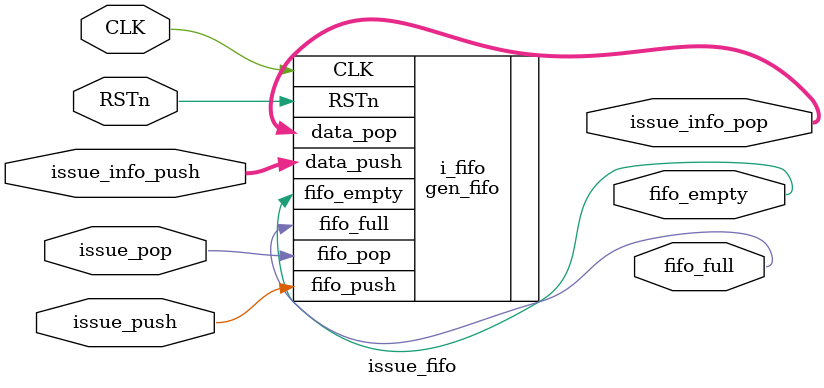
<source format=v>
/*
* @File name: issue_fifo
* @Author: Ruige Lee
* @Email: wut.ruigeli@gmail.com
* @Date:   2020-10-28 15:34:24
* @Last Modified by:   Ruige Lee
* @Last Modified time: 2020-11-05 11:19:47
*/


module issue_fifo #(
	parameter DW = 100,
	parameter DP = 8
)
(

	input [ DW - 1 : 0] issue_info_push,
	output [ DW - 1 : 0] issue_info_pop,

	input issue_push,
	input issue_pop,
	output fifo_full,
	output fifo_empty,


	input CLK,
	input RSTn
	
);



gen_fifo # ( .DW(DW), .AW($clog2(DP)))
i_fifo(
	.fifo_pop(issue_pop), 
	.fifo_push(issue_push),
	.data_push(issue_info_push),

	.fifo_empty(fifo_empty), 
	.fifo_full(fifo_full), 
	.data_pop(issue_info_pop),

	.CLK(CLK),
	.RSTn(RSTn)
);




endmodule








</source>
